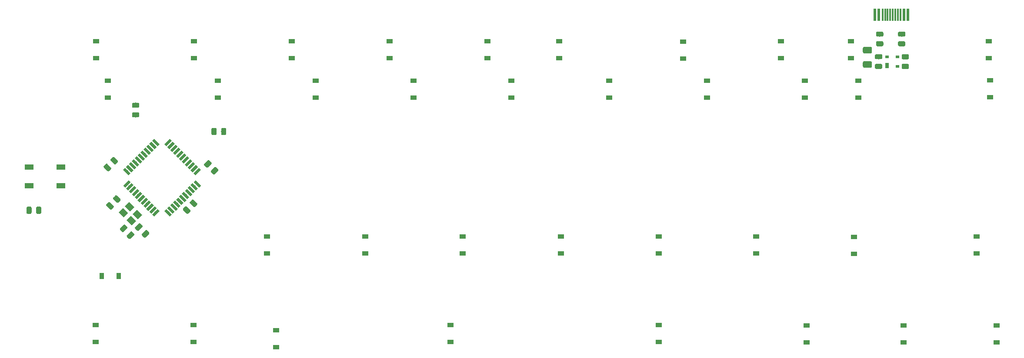
<source format=gbr>
G04 #@! TF.GenerationSoftware,KiCad,Pcbnew,(5.1.4-0-10_14)*
G04 #@! TF.CreationDate,2020-09-21T01:33:54-05:00*
G04 #@! TF.ProjectId,qaz_b,71617a5f-622e-46b6-9963-61645f706362,rev?*
G04 #@! TF.SameCoordinates,Original*
G04 #@! TF.FileFunction,Paste,Bot*
G04 #@! TF.FilePolarity,Positive*
%FSLAX46Y46*%
G04 Gerber Fmt 4.6, Leading zero omitted, Abs format (unit mm)*
G04 Created by KiCad (PCBNEW (5.1.4-0-10_14)) date 2020-09-21 01:33:54*
%MOMM*%
%LPD*%
G04 APERTURE LIST*
%ADD10R,0.700000X1.000000*%
%ADD11R,0.700000X0.600000*%
%ADD12R,0.600000X2.450000*%
%ADD13R,0.300000X2.450000*%
%ADD14C,0.100000*%
%ADD15C,0.975000*%
%ADD16R,1.200000X0.900000*%
%ADD17C,1.200000*%
%ADD18C,0.550000*%
%ADD19R,1.800000X1.100000*%
%ADD20C,1.250000*%
%ADD21R,0.900000X1.200000*%
G04 APERTURE END LIST*
D10*
X207027920Y-69278920D03*
D11*
X209027920Y-69478920D03*
X207027920Y-67578920D03*
X209027920Y-67578920D03*
D12*
X211125000Y-59370000D03*
X204675000Y-59370000D03*
X210350000Y-59370000D03*
X205450000Y-59370000D03*
D13*
X206150000Y-59370000D03*
X209650000Y-59370000D03*
X206650000Y-59370000D03*
X209150000Y-59370000D03*
X207150000Y-59370000D03*
X208650000Y-59370000D03*
X208150000Y-59370000D03*
X207650000Y-59370000D03*
D14*
G36*
X210355142Y-62685494D02*
G01*
X210378803Y-62689004D01*
X210402007Y-62694816D01*
X210424529Y-62702874D01*
X210446153Y-62713102D01*
X210466670Y-62725399D01*
X210485883Y-62739649D01*
X210503607Y-62755713D01*
X210519671Y-62773437D01*
X210533921Y-62792650D01*
X210546218Y-62813167D01*
X210556446Y-62834791D01*
X210564504Y-62857313D01*
X210570316Y-62880517D01*
X210573826Y-62904178D01*
X210575000Y-62928070D01*
X210575000Y-63415570D01*
X210573826Y-63439462D01*
X210570316Y-63463123D01*
X210564504Y-63486327D01*
X210556446Y-63508849D01*
X210546218Y-63530473D01*
X210533921Y-63550990D01*
X210519671Y-63570203D01*
X210503607Y-63587927D01*
X210485883Y-63603991D01*
X210466670Y-63618241D01*
X210446153Y-63630538D01*
X210424529Y-63640766D01*
X210402007Y-63648824D01*
X210378803Y-63654636D01*
X210355142Y-63658146D01*
X210331250Y-63659320D01*
X209418750Y-63659320D01*
X209394858Y-63658146D01*
X209371197Y-63654636D01*
X209347993Y-63648824D01*
X209325471Y-63640766D01*
X209303847Y-63630538D01*
X209283330Y-63618241D01*
X209264117Y-63603991D01*
X209246393Y-63587927D01*
X209230329Y-63570203D01*
X209216079Y-63550990D01*
X209203782Y-63530473D01*
X209193554Y-63508849D01*
X209185496Y-63486327D01*
X209179684Y-63463123D01*
X209176174Y-63439462D01*
X209175000Y-63415570D01*
X209175000Y-62928070D01*
X209176174Y-62904178D01*
X209179684Y-62880517D01*
X209185496Y-62857313D01*
X209193554Y-62834791D01*
X209203782Y-62813167D01*
X209216079Y-62792650D01*
X209230329Y-62773437D01*
X209246393Y-62755713D01*
X209264117Y-62739649D01*
X209283330Y-62725399D01*
X209303847Y-62713102D01*
X209325471Y-62702874D01*
X209347993Y-62694816D01*
X209371197Y-62689004D01*
X209394858Y-62685494D01*
X209418750Y-62684320D01*
X210331250Y-62684320D01*
X210355142Y-62685494D01*
X210355142Y-62685494D01*
G37*
D15*
X209875000Y-63171820D03*
D14*
G36*
X210355142Y-64560494D02*
G01*
X210378803Y-64564004D01*
X210402007Y-64569816D01*
X210424529Y-64577874D01*
X210446153Y-64588102D01*
X210466670Y-64600399D01*
X210485883Y-64614649D01*
X210503607Y-64630713D01*
X210519671Y-64648437D01*
X210533921Y-64667650D01*
X210546218Y-64688167D01*
X210556446Y-64709791D01*
X210564504Y-64732313D01*
X210570316Y-64755517D01*
X210573826Y-64779178D01*
X210575000Y-64803070D01*
X210575000Y-65290570D01*
X210573826Y-65314462D01*
X210570316Y-65338123D01*
X210564504Y-65361327D01*
X210556446Y-65383849D01*
X210546218Y-65405473D01*
X210533921Y-65425990D01*
X210519671Y-65445203D01*
X210503607Y-65462927D01*
X210485883Y-65478991D01*
X210466670Y-65493241D01*
X210446153Y-65505538D01*
X210424529Y-65515766D01*
X210402007Y-65523824D01*
X210378803Y-65529636D01*
X210355142Y-65533146D01*
X210331250Y-65534320D01*
X209418750Y-65534320D01*
X209394858Y-65533146D01*
X209371197Y-65529636D01*
X209347993Y-65523824D01*
X209325471Y-65515766D01*
X209303847Y-65505538D01*
X209283330Y-65493241D01*
X209264117Y-65478991D01*
X209246393Y-65462927D01*
X209230329Y-65445203D01*
X209216079Y-65425990D01*
X209203782Y-65405473D01*
X209193554Y-65383849D01*
X209185496Y-65361327D01*
X209179684Y-65338123D01*
X209176174Y-65314462D01*
X209175000Y-65290570D01*
X209175000Y-64803070D01*
X209176174Y-64779178D01*
X209179684Y-64755517D01*
X209185496Y-64732313D01*
X209193554Y-64709791D01*
X209203782Y-64688167D01*
X209216079Y-64667650D01*
X209230329Y-64648437D01*
X209246393Y-64630713D01*
X209264117Y-64614649D01*
X209283330Y-64600399D01*
X209303847Y-64588102D01*
X209325471Y-64577874D01*
X209347993Y-64569816D01*
X209371197Y-64564004D01*
X209394858Y-64560494D01*
X209418750Y-64559320D01*
X210331250Y-64559320D01*
X210355142Y-64560494D01*
X210355142Y-64560494D01*
G37*
D15*
X209875000Y-65046820D03*
D14*
G36*
X211058222Y-67105094D02*
G01*
X211081883Y-67108604D01*
X211105087Y-67114416D01*
X211127609Y-67122474D01*
X211149233Y-67132702D01*
X211169750Y-67144999D01*
X211188963Y-67159249D01*
X211206687Y-67175313D01*
X211222751Y-67193037D01*
X211237001Y-67212250D01*
X211249298Y-67232767D01*
X211259526Y-67254391D01*
X211267584Y-67276913D01*
X211273396Y-67300117D01*
X211276906Y-67323778D01*
X211278080Y-67347670D01*
X211278080Y-67835170D01*
X211276906Y-67859062D01*
X211273396Y-67882723D01*
X211267584Y-67905927D01*
X211259526Y-67928449D01*
X211249298Y-67950073D01*
X211237001Y-67970590D01*
X211222751Y-67989803D01*
X211206687Y-68007527D01*
X211188963Y-68023591D01*
X211169750Y-68037841D01*
X211149233Y-68050138D01*
X211127609Y-68060366D01*
X211105087Y-68068424D01*
X211081883Y-68074236D01*
X211058222Y-68077746D01*
X211034330Y-68078920D01*
X210121830Y-68078920D01*
X210097938Y-68077746D01*
X210074277Y-68074236D01*
X210051073Y-68068424D01*
X210028551Y-68060366D01*
X210006927Y-68050138D01*
X209986410Y-68037841D01*
X209967197Y-68023591D01*
X209949473Y-68007527D01*
X209933409Y-67989803D01*
X209919159Y-67970590D01*
X209906862Y-67950073D01*
X209896634Y-67928449D01*
X209888576Y-67905927D01*
X209882764Y-67882723D01*
X209879254Y-67859062D01*
X209878080Y-67835170D01*
X209878080Y-67347670D01*
X209879254Y-67323778D01*
X209882764Y-67300117D01*
X209888576Y-67276913D01*
X209896634Y-67254391D01*
X209906862Y-67232767D01*
X209919159Y-67212250D01*
X209933409Y-67193037D01*
X209949473Y-67175313D01*
X209967197Y-67159249D01*
X209986410Y-67144999D01*
X210006927Y-67132702D01*
X210028551Y-67122474D01*
X210051073Y-67114416D01*
X210074277Y-67108604D01*
X210097938Y-67105094D01*
X210121830Y-67103920D01*
X211034330Y-67103920D01*
X211058222Y-67105094D01*
X211058222Y-67105094D01*
G37*
D15*
X210578080Y-67591420D03*
D14*
G36*
X211058222Y-68980094D02*
G01*
X211081883Y-68983604D01*
X211105087Y-68989416D01*
X211127609Y-68997474D01*
X211149233Y-69007702D01*
X211169750Y-69019999D01*
X211188963Y-69034249D01*
X211206687Y-69050313D01*
X211222751Y-69068037D01*
X211237001Y-69087250D01*
X211249298Y-69107767D01*
X211259526Y-69129391D01*
X211267584Y-69151913D01*
X211273396Y-69175117D01*
X211276906Y-69198778D01*
X211278080Y-69222670D01*
X211278080Y-69710170D01*
X211276906Y-69734062D01*
X211273396Y-69757723D01*
X211267584Y-69780927D01*
X211259526Y-69803449D01*
X211249298Y-69825073D01*
X211237001Y-69845590D01*
X211222751Y-69864803D01*
X211206687Y-69882527D01*
X211188963Y-69898591D01*
X211169750Y-69912841D01*
X211149233Y-69925138D01*
X211127609Y-69935366D01*
X211105087Y-69943424D01*
X211081883Y-69949236D01*
X211058222Y-69952746D01*
X211034330Y-69953920D01*
X210121830Y-69953920D01*
X210097938Y-69952746D01*
X210074277Y-69949236D01*
X210051073Y-69943424D01*
X210028551Y-69935366D01*
X210006927Y-69925138D01*
X209986410Y-69912841D01*
X209967197Y-69898591D01*
X209949473Y-69882527D01*
X209933409Y-69864803D01*
X209919159Y-69845590D01*
X209906862Y-69825073D01*
X209896634Y-69803449D01*
X209888576Y-69780927D01*
X209882764Y-69757723D01*
X209879254Y-69734062D01*
X209878080Y-69710170D01*
X209878080Y-69222670D01*
X209879254Y-69198778D01*
X209882764Y-69175117D01*
X209888576Y-69151913D01*
X209896634Y-69129391D01*
X209906862Y-69107767D01*
X209919159Y-69087250D01*
X209933409Y-69068037D01*
X209949473Y-69050313D01*
X209967197Y-69034249D01*
X209986410Y-69019999D01*
X210006927Y-69007702D01*
X210028551Y-68997474D01*
X210051073Y-68989416D01*
X210074277Y-68983604D01*
X210097938Y-68980094D01*
X210121830Y-68978920D01*
X211034330Y-68978920D01*
X211058222Y-68980094D01*
X211058222Y-68980094D01*
G37*
D15*
X210578080Y-69466420D03*
D14*
G36*
X205861382Y-67094934D02*
G01*
X205885043Y-67098444D01*
X205908247Y-67104256D01*
X205930769Y-67112314D01*
X205952393Y-67122542D01*
X205972910Y-67134839D01*
X205992123Y-67149089D01*
X206009847Y-67165153D01*
X206025911Y-67182877D01*
X206040161Y-67202090D01*
X206052458Y-67222607D01*
X206062686Y-67244231D01*
X206070744Y-67266753D01*
X206076556Y-67289957D01*
X206080066Y-67313618D01*
X206081240Y-67337510D01*
X206081240Y-67825010D01*
X206080066Y-67848902D01*
X206076556Y-67872563D01*
X206070744Y-67895767D01*
X206062686Y-67918289D01*
X206052458Y-67939913D01*
X206040161Y-67960430D01*
X206025911Y-67979643D01*
X206009847Y-67997367D01*
X205992123Y-68013431D01*
X205972910Y-68027681D01*
X205952393Y-68039978D01*
X205930769Y-68050206D01*
X205908247Y-68058264D01*
X205885043Y-68064076D01*
X205861382Y-68067586D01*
X205837490Y-68068760D01*
X204924990Y-68068760D01*
X204901098Y-68067586D01*
X204877437Y-68064076D01*
X204854233Y-68058264D01*
X204831711Y-68050206D01*
X204810087Y-68039978D01*
X204789570Y-68027681D01*
X204770357Y-68013431D01*
X204752633Y-67997367D01*
X204736569Y-67979643D01*
X204722319Y-67960430D01*
X204710022Y-67939913D01*
X204699794Y-67918289D01*
X204691736Y-67895767D01*
X204685924Y-67872563D01*
X204682414Y-67848902D01*
X204681240Y-67825010D01*
X204681240Y-67337510D01*
X204682414Y-67313618D01*
X204685924Y-67289957D01*
X204691736Y-67266753D01*
X204699794Y-67244231D01*
X204710022Y-67222607D01*
X204722319Y-67202090D01*
X204736569Y-67182877D01*
X204752633Y-67165153D01*
X204770357Y-67149089D01*
X204789570Y-67134839D01*
X204810087Y-67122542D01*
X204831711Y-67112314D01*
X204854233Y-67104256D01*
X204877437Y-67098444D01*
X204901098Y-67094934D01*
X204924990Y-67093760D01*
X205837490Y-67093760D01*
X205861382Y-67094934D01*
X205861382Y-67094934D01*
G37*
D15*
X205381240Y-67581260D03*
D14*
G36*
X205861382Y-68969934D02*
G01*
X205885043Y-68973444D01*
X205908247Y-68979256D01*
X205930769Y-68987314D01*
X205952393Y-68997542D01*
X205972910Y-69009839D01*
X205992123Y-69024089D01*
X206009847Y-69040153D01*
X206025911Y-69057877D01*
X206040161Y-69077090D01*
X206052458Y-69097607D01*
X206062686Y-69119231D01*
X206070744Y-69141753D01*
X206076556Y-69164957D01*
X206080066Y-69188618D01*
X206081240Y-69212510D01*
X206081240Y-69700010D01*
X206080066Y-69723902D01*
X206076556Y-69747563D01*
X206070744Y-69770767D01*
X206062686Y-69793289D01*
X206052458Y-69814913D01*
X206040161Y-69835430D01*
X206025911Y-69854643D01*
X206009847Y-69872367D01*
X205992123Y-69888431D01*
X205972910Y-69902681D01*
X205952393Y-69914978D01*
X205930769Y-69925206D01*
X205908247Y-69933264D01*
X205885043Y-69939076D01*
X205861382Y-69942586D01*
X205837490Y-69943760D01*
X204924990Y-69943760D01*
X204901098Y-69942586D01*
X204877437Y-69939076D01*
X204854233Y-69933264D01*
X204831711Y-69925206D01*
X204810087Y-69914978D01*
X204789570Y-69902681D01*
X204770357Y-69888431D01*
X204752633Y-69872367D01*
X204736569Y-69854643D01*
X204722319Y-69835430D01*
X204710022Y-69814913D01*
X204699794Y-69793289D01*
X204691736Y-69770767D01*
X204685924Y-69747563D01*
X204682414Y-69723902D01*
X204681240Y-69700010D01*
X204681240Y-69212510D01*
X204682414Y-69188618D01*
X204685924Y-69164957D01*
X204691736Y-69141753D01*
X204699794Y-69119231D01*
X204710022Y-69097607D01*
X204722319Y-69077090D01*
X204736569Y-69057877D01*
X204752633Y-69040153D01*
X204770357Y-69024089D01*
X204789570Y-69009839D01*
X204810087Y-68997542D01*
X204831711Y-68987314D01*
X204854233Y-68979256D01*
X204877437Y-68973444D01*
X204901098Y-68969934D01*
X204924990Y-68968760D01*
X205837490Y-68968760D01*
X205861382Y-68969934D01*
X205861382Y-68969934D01*
G37*
D15*
X205381240Y-69456260D03*
D14*
G36*
X206084902Y-62685494D02*
G01*
X206108563Y-62689004D01*
X206131767Y-62694816D01*
X206154289Y-62702874D01*
X206175913Y-62713102D01*
X206196430Y-62725399D01*
X206215643Y-62739649D01*
X206233367Y-62755713D01*
X206249431Y-62773437D01*
X206263681Y-62792650D01*
X206275978Y-62813167D01*
X206286206Y-62834791D01*
X206294264Y-62857313D01*
X206300076Y-62880517D01*
X206303586Y-62904178D01*
X206304760Y-62928070D01*
X206304760Y-63415570D01*
X206303586Y-63439462D01*
X206300076Y-63463123D01*
X206294264Y-63486327D01*
X206286206Y-63508849D01*
X206275978Y-63530473D01*
X206263681Y-63550990D01*
X206249431Y-63570203D01*
X206233367Y-63587927D01*
X206215643Y-63603991D01*
X206196430Y-63618241D01*
X206175913Y-63630538D01*
X206154289Y-63640766D01*
X206131767Y-63648824D01*
X206108563Y-63654636D01*
X206084902Y-63658146D01*
X206061010Y-63659320D01*
X205148510Y-63659320D01*
X205124618Y-63658146D01*
X205100957Y-63654636D01*
X205077753Y-63648824D01*
X205055231Y-63640766D01*
X205033607Y-63630538D01*
X205013090Y-63618241D01*
X204993877Y-63603991D01*
X204976153Y-63587927D01*
X204960089Y-63570203D01*
X204945839Y-63550990D01*
X204933542Y-63530473D01*
X204923314Y-63508849D01*
X204915256Y-63486327D01*
X204909444Y-63463123D01*
X204905934Y-63439462D01*
X204904760Y-63415570D01*
X204904760Y-62928070D01*
X204905934Y-62904178D01*
X204909444Y-62880517D01*
X204915256Y-62857313D01*
X204923314Y-62834791D01*
X204933542Y-62813167D01*
X204945839Y-62792650D01*
X204960089Y-62773437D01*
X204976153Y-62755713D01*
X204993877Y-62739649D01*
X205013090Y-62725399D01*
X205033607Y-62713102D01*
X205055231Y-62702874D01*
X205077753Y-62694816D01*
X205100957Y-62689004D01*
X205124618Y-62685494D01*
X205148510Y-62684320D01*
X206061010Y-62684320D01*
X206084902Y-62685494D01*
X206084902Y-62685494D01*
G37*
D15*
X205604760Y-63171820D03*
D14*
G36*
X206084902Y-64560494D02*
G01*
X206108563Y-64564004D01*
X206131767Y-64569816D01*
X206154289Y-64577874D01*
X206175913Y-64588102D01*
X206196430Y-64600399D01*
X206215643Y-64614649D01*
X206233367Y-64630713D01*
X206249431Y-64648437D01*
X206263681Y-64667650D01*
X206275978Y-64688167D01*
X206286206Y-64709791D01*
X206294264Y-64732313D01*
X206300076Y-64755517D01*
X206303586Y-64779178D01*
X206304760Y-64803070D01*
X206304760Y-65290570D01*
X206303586Y-65314462D01*
X206300076Y-65338123D01*
X206294264Y-65361327D01*
X206286206Y-65383849D01*
X206275978Y-65405473D01*
X206263681Y-65425990D01*
X206249431Y-65445203D01*
X206233367Y-65462927D01*
X206215643Y-65478991D01*
X206196430Y-65493241D01*
X206175913Y-65505538D01*
X206154289Y-65515766D01*
X206131767Y-65523824D01*
X206108563Y-65529636D01*
X206084902Y-65533146D01*
X206061010Y-65534320D01*
X205148510Y-65534320D01*
X205124618Y-65533146D01*
X205100957Y-65529636D01*
X205077753Y-65523824D01*
X205055231Y-65515766D01*
X205033607Y-65505538D01*
X205013090Y-65493241D01*
X204993877Y-65478991D01*
X204976153Y-65462927D01*
X204960089Y-65445203D01*
X204945839Y-65425990D01*
X204933542Y-65405473D01*
X204923314Y-65383849D01*
X204915256Y-65361327D01*
X204909444Y-65338123D01*
X204905934Y-65314462D01*
X204904760Y-65290570D01*
X204904760Y-64803070D01*
X204905934Y-64779178D01*
X204909444Y-64755517D01*
X204915256Y-64732313D01*
X204923314Y-64709791D01*
X204933542Y-64688167D01*
X204945839Y-64667650D01*
X204960089Y-64648437D01*
X204976153Y-64630713D01*
X204993877Y-64614649D01*
X205013090Y-64600399D01*
X205033607Y-64588102D01*
X205055231Y-64577874D01*
X205077753Y-64569816D01*
X205100957Y-64564004D01*
X205124618Y-64560494D01*
X205148510Y-64559320D01*
X206061010Y-64559320D01*
X206084902Y-64560494D01*
X206084902Y-64560494D01*
G37*
D15*
X205604760Y-65046820D03*
D16*
X191400000Y-120050000D03*
X191400000Y-123350000D03*
X210225000Y-119994000D03*
X210225000Y-123294000D03*
X122050000Y-119950000D03*
X122050000Y-123250000D03*
X88075000Y-120950000D03*
X88075000Y-124250000D03*
D17*
X58311142Y-97994223D03*
D14*
G36*
X57391903Y-97923512D02*
G01*
X58240431Y-97074984D01*
X59230381Y-98064934D01*
X58381853Y-98913462D01*
X57391903Y-97923512D01*
X57391903Y-97923512D01*
G37*
D17*
X59866777Y-99549858D03*
D14*
G36*
X58947538Y-99479147D02*
G01*
X59796066Y-98630619D01*
X60786016Y-99620569D01*
X59937488Y-100469097D01*
X58947538Y-99479147D01*
X58947538Y-99479147D01*
G37*
D17*
X61068858Y-98347777D03*
D14*
G36*
X60149619Y-98277066D02*
G01*
X60998147Y-97428538D01*
X61988097Y-98418488D01*
X61139569Y-99267016D01*
X60149619Y-98277066D01*
X60149619Y-98277066D01*
G37*
D17*
X59513223Y-96792142D03*
D14*
G36*
X58593984Y-96721431D02*
G01*
X59442512Y-95872903D01*
X60432462Y-96862853D01*
X59583934Y-97711381D01*
X58593984Y-96721431D01*
X58593984Y-96721431D01*
G37*
D18*
X72708936Y-89972918D03*
D14*
G36*
X72373060Y-90697702D02*
G01*
X71984152Y-90308794D01*
X73044812Y-89248134D01*
X73433720Y-89637042D01*
X72373060Y-90697702D01*
X72373060Y-90697702D01*
G37*
D18*
X72143250Y-89407233D03*
D14*
G36*
X71807374Y-90132017D02*
G01*
X71418466Y-89743109D01*
X72479126Y-88682449D01*
X72868034Y-89071357D01*
X71807374Y-90132017D01*
X71807374Y-90132017D01*
G37*
D18*
X71577565Y-88841548D03*
D14*
G36*
X71241689Y-89566332D02*
G01*
X70852781Y-89177424D01*
X71913441Y-88116764D01*
X72302349Y-88505672D01*
X71241689Y-89566332D01*
X71241689Y-89566332D01*
G37*
D18*
X71011880Y-88275862D03*
D14*
G36*
X70676004Y-89000646D02*
G01*
X70287096Y-88611738D01*
X71347756Y-87551078D01*
X71736664Y-87939986D01*
X70676004Y-89000646D01*
X70676004Y-89000646D01*
G37*
D18*
X70446194Y-87710177D03*
D14*
G36*
X70110318Y-88434961D02*
G01*
X69721410Y-88046053D01*
X70782070Y-86985393D01*
X71170978Y-87374301D01*
X70110318Y-88434961D01*
X70110318Y-88434961D01*
G37*
D18*
X69880509Y-87144491D03*
D14*
G36*
X69544633Y-87869275D02*
G01*
X69155725Y-87480367D01*
X70216385Y-86419707D01*
X70605293Y-86808615D01*
X69544633Y-87869275D01*
X69544633Y-87869275D01*
G37*
D18*
X69314823Y-86578806D03*
D14*
G36*
X68978947Y-87303590D02*
G01*
X68590039Y-86914682D01*
X69650699Y-85854022D01*
X70039607Y-86242930D01*
X68978947Y-87303590D01*
X68978947Y-87303590D01*
G37*
D18*
X68749138Y-86013120D03*
D14*
G36*
X68413262Y-86737904D02*
G01*
X68024354Y-86348996D01*
X69085014Y-85288336D01*
X69473922Y-85677244D01*
X68413262Y-86737904D01*
X68413262Y-86737904D01*
G37*
D18*
X68183452Y-85447435D03*
D14*
G36*
X67847576Y-86172219D02*
G01*
X67458668Y-85783311D01*
X68519328Y-84722651D01*
X68908236Y-85111559D01*
X67847576Y-86172219D01*
X67847576Y-86172219D01*
G37*
D18*
X67617767Y-84881750D03*
D14*
G36*
X67281891Y-85606534D02*
G01*
X66892983Y-85217626D01*
X67953643Y-84156966D01*
X68342551Y-84545874D01*
X67281891Y-85606534D01*
X67281891Y-85606534D01*
G37*
D18*
X67052082Y-84316064D03*
D14*
G36*
X66716206Y-85040848D02*
G01*
X66327298Y-84651940D01*
X67387958Y-83591280D01*
X67776866Y-83980188D01*
X66716206Y-85040848D01*
X66716206Y-85040848D01*
G37*
D18*
X64647918Y-84316064D03*
D14*
G36*
X65372702Y-84651940D02*
G01*
X64983794Y-85040848D01*
X63923134Y-83980188D01*
X64312042Y-83591280D01*
X65372702Y-84651940D01*
X65372702Y-84651940D01*
G37*
D18*
X64082233Y-84881750D03*
D14*
G36*
X64807017Y-85217626D02*
G01*
X64418109Y-85606534D01*
X63357449Y-84545874D01*
X63746357Y-84156966D01*
X64807017Y-85217626D01*
X64807017Y-85217626D01*
G37*
D18*
X63516548Y-85447435D03*
D14*
G36*
X64241332Y-85783311D02*
G01*
X63852424Y-86172219D01*
X62791764Y-85111559D01*
X63180672Y-84722651D01*
X64241332Y-85783311D01*
X64241332Y-85783311D01*
G37*
D18*
X62950862Y-86013120D03*
D14*
G36*
X63675646Y-86348996D02*
G01*
X63286738Y-86737904D01*
X62226078Y-85677244D01*
X62614986Y-85288336D01*
X63675646Y-86348996D01*
X63675646Y-86348996D01*
G37*
D18*
X62385177Y-86578806D03*
D14*
G36*
X63109961Y-86914682D02*
G01*
X62721053Y-87303590D01*
X61660393Y-86242930D01*
X62049301Y-85854022D01*
X63109961Y-86914682D01*
X63109961Y-86914682D01*
G37*
D18*
X61819491Y-87144491D03*
D14*
G36*
X62544275Y-87480367D02*
G01*
X62155367Y-87869275D01*
X61094707Y-86808615D01*
X61483615Y-86419707D01*
X62544275Y-87480367D01*
X62544275Y-87480367D01*
G37*
D18*
X61253806Y-87710177D03*
D14*
G36*
X61978590Y-88046053D02*
G01*
X61589682Y-88434961D01*
X60529022Y-87374301D01*
X60917930Y-86985393D01*
X61978590Y-88046053D01*
X61978590Y-88046053D01*
G37*
D18*
X60688120Y-88275862D03*
D14*
G36*
X61412904Y-88611738D02*
G01*
X61023996Y-89000646D01*
X59963336Y-87939986D01*
X60352244Y-87551078D01*
X61412904Y-88611738D01*
X61412904Y-88611738D01*
G37*
D18*
X60122435Y-88841548D03*
D14*
G36*
X60847219Y-89177424D02*
G01*
X60458311Y-89566332D01*
X59397651Y-88505672D01*
X59786559Y-88116764D01*
X60847219Y-89177424D01*
X60847219Y-89177424D01*
G37*
D18*
X59556750Y-89407233D03*
D14*
G36*
X60281534Y-89743109D02*
G01*
X59892626Y-90132017D01*
X58831966Y-89071357D01*
X59220874Y-88682449D01*
X60281534Y-89743109D01*
X60281534Y-89743109D01*
G37*
D18*
X58991064Y-89972918D03*
D14*
G36*
X59715848Y-90308794D02*
G01*
X59326940Y-90697702D01*
X58266280Y-89637042D01*
X58655188Y-89248134D01*
X59715848Y-90308794D01*
X59715848Y-90308794D01*
G37*
D18*
X58991064Y-92377082D03*
D14*
G36*
X58655188Y-93101866D02*
G01*
X58266280Y-92712958D01*
X59326940Y-91652298D01*
X59715848Y-92041206D01*
X58655188Y-93101866D01*
X58655188Y-93101866D01*
G37*
D18*
X59556750Y-92942767D03*
D14*
G36*
X59220874Y-93667551D02*
G01*
X58831966Y-93278643D01*
X59892626Y-92217983D01*
X60281534Y-92606891D01*
X59220874Y-93667551D01*
X59220874Y-93667551D01*
G37*
D18*
X60122435Y-93508452D03*
D14*
G36*
X59786559Y-94233236D02*
G01*
X59397651Y-93844328D01*
X60458311Y-92783668D01*
X60847219Y-93172576D01*
X59786559Y-94233236D01*
X59786559Y-94233236D01*
G37*
D18*
X60688120Y-94074138D03*
D14*
G36*
X60352244Y-94798922D02*
G01*
X59963336Y-94410014D01*
X61023996Y-93349354D01*
X61412904Y-93738262D01*
X60352244Y-94798922D01*
X60352244Y-94798922D01*
G37*
D18*
X61253806Y-94639823D03*
D14*
G36*
X60917930Y-95364607D02*
G01*
X60529022Y-94975699D01*
X61589682Y-93915039D01*
X61978590Y-94303947D01*
X60917930Y-95364607D01*
X60917930Y-95364607D01*
G37*
D18*
X61819491Y-95205509D03*
D14*
G36*
X61483615Y-95930293D02*
G01*
X61094707Y-95541385D01*
X62155367Y-94480725D01*
X62544275Y-94869633D01*
X61483615Y-95930293D01*
X61483615Y-95930293D01*
G37*
D18*
X62385177Y-95771194D03*
D14*
G36*
X62049301Y-96495978D02*
G01*
X61660393Y-96107070D01*
X62721053Y-95046410D01*
X63109961Y-95435318D01*
X62049301Y-96495978D01*
X62049301Y-96495978D01*
G37*
D18*
X62950862Y-96336880D03*
D14*
G36*
X62614986Y-97061664D02*
G01*
X62226078Y-96672756D01*
X63286738Y-95612096D01*
X63675646Y-96001004D01*
X62614986Y-97061664D01*
X62614986Y-97061664D01*
G37*
D18*
X63516548Y-96902565D03*
D14*
G36*
X63180672Y-97627349D02*
G01*
X62791764Y-97238441D01*
X63852424Y-96177781D01*
X64241332Y-96566689D01*
X63180672Y-97627349D01*
X63180672Y-97627349D01*
G37*
D18*
X64082233Y-97468250D03*
D14*
G36*
X63746357Y-98193034D02*
G01*
X63357449Y-97804126D01*
X64418109Y-96743466D01*
X64807017Y-97132374D01*
X63746357Y-98193034D01*
X63746357Y-98193034D01*
G37*
D18*
X64647918Y-98033936D03*
D14*
G36*
X64312042Y-98758720D02*
G01*
X63923134Y-98369812D01*
X64983794Y-97309152D01*
X65372702Y-97698060D01*
X64312042Y-98758720D01*
X64312042Y-98758720D01*
G37*
D18*
X67052082Y-98033936D03*
D14*
G36*
X67776866Y-98369812D02*
G01*
X67387958Y-98758720D01*
X66327298Y-97698060D01*
X66716206Y-97309152D01*
X67776866Y-98369812D01*
X67776866Y-98369812D01*
G37*
D18*
X67617767Y-97468250D03*
D14*
G36*
X68342551Y-97804126D02*
G01*
X67953643Y-98193034D01*
X66892983Y-97132374D01*
X67281891Y-96743466D01*
X68342551Y-97804126D01*
X68342551Y-97804126D01*
G37*
D18*
X68183452Y-96902565D03*
D14*
G36*
X68908236Y-97238441D02*
G01*
X68519328Y-97627349D01*
X67458668Y-96566689D01*
X67847576Y-96177781D01*
X68908236Y-97238441D01*
X68908236Y-97238441D01*
G37*
D18*
X68749138Y-96336880D03*
D14*
G36*
X69473922Y-96672756D02*
G01*
X69085014Y-97061664D01*
X68024354Y-96001004D01*
X68413262Y-95612096D01*
X69473922Y-96672756D01*
X69473922Y-96672756D01*
G37*
D18*
X69314823Y-95771194D03*
D14*
G36*
X70039607Y-96107070D02*
G01*
X69650699Y-96495978D01*
X68590039Y-95435318D01*
X68978947Y-95046410D01*
X70039607Y-96107070D01*
X70039607Y-96107070D01*
G37*
D18*
X69880509Y-95205509D03*
D14*
G36*
X70605293Y-95541385D02*
G01*
X70216385Y-95930293D01*
X69155725Y-94869633D01*
X69544633Y-94480725D01*
X70605293Y-95541385D01*
X70605293Y-95541385D01*
G37*
D18*
X70446194Y-94639823D03*
D14*
G36*
X71170978Y-94975699D02*
G01*
X70782070Y-95364607D01*
X69721410Y-94303947D01*
X70110318Y-93915039D01*
X71170978Y-94975699D01*
X71170978Y-94975699D01*
G37*
D18*
X71011880Y-94074138D03*
D14*
G36*
X71736664Y-94410014D02*
G01*
X71347756Y-94798922D01*
X70287096Y-93738262D01*
X70676004Y-93349354D01*
X71736664Y-94410014D01*
X71736664Y-94410014D01*
G37*
D18*
X71577565Y-93508452D03*
D14*
G36*
X72302349Y-93844328D02*
G01*
X71913441Y-94233236D01*
X70852781Y-93172576D01*
X71241689Y-92783668D01*
X72302349Y-93844328D01*
X72302349Y-93844328D01*
G37*
D18*
X72143250Y-92942767D03*
D14*
G36*
X72868034Y-93278643D02*
G01*
X72479126Y-93667551D01*
X71418466Y-92606891D01*
X71807374Y-92217983D01*
X72868034Y-93278643D01*
X72868034Y-93278643D01*
G37*
D18*
X72708936Y-92377082D03*
D14*
G36*
X73433720Y-92712958D02*
G01*
X73044812Y-93101866D01*
X71984152Y-92041206D01*
X72373060Y-91652298D01*
X73433720Y-92712958D01*
X73433720Y-92712958D01*
G37*
D19*
X39953000Y-89082000D03*
X46153000Y-92782000D03*
X39953000Y-92782000D03*
X46153000Y-89082000D03*
D14*
G36*
X61186142Y-76554174D02*
G01*
X61209803Y-76557684D01*
X61233007Y-76563496D01*
X61255529Y-76571554D01*
X61277153Y-76581782D01*
X61297670Y-76594079D01*
X61316883Y-76608329D01*
X61334607Y-76624393D01*
X61350671Y-76642117D01*
X61364921Y-76661330D01*
X61377218Y-76681847D01*
X61387446Y-76703471D01*
X61395504Y-76725993D01*
X61401316Y-76749197D01*
X61404826Y-76772858D01*
X61406000Y-76796750D01*
X61406000Y-77284250D01*
X61404826Y-77308142D01*
X61401316Y-77331803D01*
X61395504Y-77355007D01*
X61387446Y-77377529D01*
X61377218Y-77399153D01*
X61364921Y-77419670D01*
X61350671Y-77438883D01*
X61334607Y-77456607D01*
X61316883Y-77472671D01*
X61297670Y-77486921D01*
X61277153Y-77499218D01*
X61255529Y-77509446D01*
X61233007Y-77517504D01*
X61209803Y-77523316D01*
X61186142Y-77526826D01*
X61162250Y-77528000D01*
X60249750Y-77528000D01*
X60225858Y-77526826D01*
X60202197Y-77523316D01*
X60178993Y-77517504D01*
X60156471Y-77509446D01*
X60134847Y-77499218D01*
X60114330Y-77486921D01*
X60095117Y-77472671D01*
X60077393Y-77456607D01*
X60061329Y-77438883D01*
X60047079Y-77419670D01*
X60034782Y-77399153D01*
X60024554Y-77377529D01*
X60016496Y-77355007D01*
X60010684Y-77331803D01*
X60007174Y-77308142D01*
X60006000Y-77284250D01*
X60006000Y-76796750D01*
X60007174Y-76772858D01*
X60010684Y-76749197D01*
X60016496Y-76725993D01*
X60024554Y-76703471D01*
X60034782Y-76681847D01*
X60047079Y-76661330D01*
X60061329Y-76642117D01*
X60077393Y-76624393D01*
X60095117Y-76608329D01*
X60114330Y-76594079D01*
X60134847Y-76581782D01*
X60156471Y-76571554D01*
X60178993Y-76563496D01*
X60202197Y-76557684D01*
X60225858Y-76554174D01*
X60249750Y-76553000D01*
X61162250Y-76553000D01*
X61186142Y-76554174D01*
X61186142Y-76554174D01*
G37*
D15*
X60706000Y-77040500D03*
D14*
G36*
X61186142Y-78429174D02*
G01*
X61209803Y-78432684D01*
X61233007Y-78438496D01*
X61255529Y-78446554D01*
X61277153Y-78456782D01*
X61297670Y-78469079D01*
X61316883Y-78483329D01*
X61334607Y-78499393D01*
X61350671Y-78517117D01*
X61364921Y-78536330D01*
X61377218Y-78556847D01*
X61387446Y-78578471D01*
X61395504Y-78600993D01*
X61401316Y-78624197D01*
X61404826Y-78647858D01*
X61406000Y-78671750D01*
X61406000Y-79159250D01*
X61404826Y-79183142D01*
X61401316Y-79206803D01*
X61395504Y-79230007D01*
X61387446Y-79252529D01*
X61377218Y-79274153D01*
X61364921Y-79294670D01*
X61350671Y-79313883D01*
X61334607Y-79331607D01*
X61316883Y-79347671D01*
X61297670Y-79361921D01*
X61277153Y-79374218D01*
X61255529Y-79384446D01*
X61233007Y-79392504D01*
X61209803Y-79398316D01*
X61186142Y-79401826D01*
X61162250Y-79403000D01*
X60249750Y-79403000D01*
X60225858Y-79401826D01*
X60202197Y-79398316D01*
X60178993Y-79392504D01*
X60156471Y-79384446D01*
X60134847Y-79374218D01*
X60114330Y-79361921D01*
X60095117Y-79347671D01*
X60077393Y-79331607D01*
X60061329Y-79313883D01*
X60047079Y-79294670D01*
X60034782Y-79274153D01*
X60024554Y-79252529D01*
X60016496Y-79230007D01*
X60010684Y-79206803D01*
X60007174Y-79183142D01*
X60006000Y-79159250D01*
X60006000Y-78671750D01*
X60007174Y-78647858D01*
X60010684Y-78624197D01*
X60016496Y-78600993D01*
X60024554Y-78578471D01*
X60034782Y-78556847D01*
X60047079Y-78536330D01*
X60061329Y-78517117D01*
X60077393Y-78499393D01*
X60095117Y-78483329D01*
X60114330Y-78469079D01*
X60134847Y-78456782D01*
X60156471Y-78446554D01*
X60178993Y-78438496D01*
X60202197Y-78432684D01*
X60225858Y-78429174D01*
X60249750Y-78428000D01*
X61162250Y-78428000D01*
X61186142Y-78429174D01*
X61186142Y-78429174D01*
G37*
D15*
X60706000Y-78915500D03*
D14*
G36*
X40224142Y-96837174D02*
G01*
X40247803Y-96840684D01*
X40271007Y-96846496D01*
X40293529Y-96854554D01*
X40315153Y-96864782D01*
X40335670Y-96877079D01*
X40354883Y-96891329D01*
X40372607Y-96907393D01*
X40388671Y-96925117D01*
X40402921Y-96944330D01*
X40415218Y-96964847D01*
X40425446Y-96986471D01*
X40433504Y-97008993D01*
X40439316Y-97032197D01*
X40442826Y-97055858D01*
X40444000Y-97079750D01*
X40444000Y-97992250D01*
X40442826Y-98016142D01*
X40439316Y-98039803D01*
X40433504Y-98063007D01*
X40425446Y-98085529D01*
X40415218Y-98107153D01*
X40402921Y-98127670D01*
X40388671Y-98146883D01*
X40372607Y-98164607D01*
X40354883Y-98180671D01*
X40335670Y-98194921D01*
X40315153Y-98207218D01*
X40293529Y-98217446D01*
X40271007Y-98225504D01*
X40247803Y-98231316D01*
X40224142Y-98234826D01*
X40200250Y-98236000D01*
X39712750Y-98236000D01*
X39688858Y-98234826D01*
X39665197Y-98231316D01*
X39641993Y-98225504D01*
X39619471Y-98217446D01*
X39597847Y-98207218D01*
X39577330Y-98194921D01*
X39558117Y-98180671D01*
X39540393Y-98164607D01*
X39524329Y-98146883D01*
X39510079Y-98127670D01*
X39497782Y-98107153D01*
X39487554Y-98085529D01*
X39479496Y-98063007D01*
X39473684Y-98039803D01*
X39470174Y-98016142D01*
X39469000Y-97992250D01*
X39469000Y-97079750D01*
X39470174Y-97055858D01*
X39473684Y-97032197D01*
X39479496Y-97008993D01*
X39487554Y-96986471D01*
X39497782Y-96964847D01*
X39510079Y-96944330D01*
X39524329Y-96925117D01*
X39540393Y-96907393D01*
X39558117Y-96891329D01*
X39577330Y-96877079D01*
X39597847Y-96864782D01*
X39619471Y-96854554D01*
X39641993Y-96846496D01*
X39665197Y-96840684D01*
X39688858Y-96837174D01*
X39712750Y-96836000D01*
X40200250Y-96836000D01*
X40224142Y-96837174D01*
X40224142Y-96837174D01*
G37*
D15*
X39956500Y-97536000D03*
D14*
G36*
X42099142Y-96837174D02*
G01*
X42122803Y-96840684D01*
X42146007Y-96846496D01*
X42168529Y-96854554D01*
X42190153Y-96864782D01*
X42210670Y-96877079D01*
X42229883Y-96891329D01*
X42247607Y-96907393D01*
X42263671Y-96925117D01*
X42277921Y-96944330D01*
X42290218Y-96964847D01*
X42300446Y-96986471D01*
X42308504Y-97008993D01*
X42314316Y-97032197D01*
X42317826Y-97055858D01*
X42319000Y-97079750D01*
X42319000Y-97992250D01*
X42317826Y-98016142D01*
X42314316Y-98039803D01*
X42308504Y-98063007D01*
X42300446Y-98085529D01*
X42290218Y-98107153D01*
X42277921Y-98127670D01*
X42263671Y-98146883D01*
X42247607Y-98164607D01*
X42229883Y-98180671D01*
X42210670Y-98194921D01*
X42190153Y-98207218D01*
X42168529Y-98217446D01*
X42146007Y-98225504D01*
X42122803Y-98231316D01*
X42099142Y-98234826D01*
X42075250Y-98236000D01*
X41587750Y-98236000D01*
X41563858Y-98234826D01*
X41540197Y-98231316D01*
X41516993Y-98225504D01*
X41494471Y-98217446D01*
X41472847Y-98207218D01*
X41452330Y-98194921D01*
X41433117Y-98180671D01*
X41415393Y-98164607D01*
X41399329Y-98146883D01*
X41385079Y-98127670D01*
X41372782Y-98107153D01*
X41362554Y-98085529D01*
X41354496Y-98063007D01*
X41348684Y-98039803D01*
X41345174Y-98016142D01*
X41344000Y-97992250D01*
X41344000Y-97079750D01*
X41345174Y-97055858D01*
X41348684Y-97032197D01*
X41354496Y-97008993D01*
X41362554Y-96986471D01*
X41372782Y-96964847D01*
X41385079Y-96944330D01*
X41399329Y-96925117D01*
X41415393Y-96907393D01*
X41433117Y-96891329D01*
X41452330Y-96877079D01*
X41472847Y-96864782D01*
X41494471Y-96854554D01*
X41516993Y-96846496D01*
X41540197Y-96840684D01*
X41563858Y-96837174D01*
X41587750Y-96836000D01*
X42075250Y-96836000D01*
X42099142Y-96837174D01*
X42099142Y-96837174D01*
G37*
D15*
X41831500Y-97536000D03*
D14*
G36*
X203849504Y-65667204D02*
G01*
X203873773Y-65670804D01*
X203897571Y-65676765D01*
X203920671Y-65685030D01*
X203942849Y-65695520D01*
X203963893Y-65708133D01*
X203983598Y-65722747D01*
X204001777Y-65739223D01*
X204018253Y-65757402D01*
X204032867Y-65777107D01*
X204045480Y-65798151D01*
X204055970Y-65820329D01*
X204064235Y-65843429D01*
X204070196Y-65867227D01*
X204073796Y-65891496D01*
X204075000Y-65916000D01*
X204075000Y-66666000D01*
X204073796Y-66690504D01*
X204070196Y-66714773D01*
X204064235Y-66738571D01*
X204055970Y-66761671D01*
X204045480Y-66783849D01*
X204032867Y-66804893D01*
X204018253Y-66824598D01*
X204001777Y-66842777D01*
X203983598Y-66859253D01*
X203963893Y-66873867D01*
X203942849Y-66886480D01*
X203920671Y-66896970D01*
X203897571Y-66905235D01*
X203873773Y-66911196D01*
X203849504Y-66914796D01*
X203825000Y-66916000D01*
X202575000Y-66916000D01*
X202550496Y-66914796D01*
X202526227Y-66911196D01*
X202502429Y-66905235D01*
X202479329Y-66896970D01*
X202457151Y-66886480D01*
X202436107Y-66873867D01*
X202416402Y-66859253D01*
X202398223Y-66842777D01*
X202381747Y-66824598D01*
X202367133Y-66804893D01*
X202354520Y-66783849D01*
X202344030Y-66761671D01*
X202335765Y-66738571D01*
X202329804Y-66714773D01*
X202326204Y-66690504D01*
X202325000Y-66666000D01*
X202325000Y-65916000D01*
X202326204Y-65891496D01*
X202329804Y-65867227D01*
X202335765Y-65843429D01*
X202344030Y-65820329D01*
X202354520Y-65798151D01*
X202367133Y-65777107D01*
X202381747Y-65757402D01*
X202398223Y-65739223D01*
X202416402Y-65722747D01*
X202436107Y-65708133D01*
X202457151Y-65695520D01*
X202479329Y-65685030D01*
X202502429Y-65676765D01*
X202526227Y-65670804D01*
X202550496Y-65667204D01*
X202575000Y-65666000D01*
X203825000Y-65666000D01*
X203849504Y-65667204D01*
X203849504Y-65667204D01*
G37*
D20*
X203200000Y-66291000D03*
D14*
G36*
X203849504Y-68467204D02*
G01*
X203873773Y-68470804D01*
X203897571Y-68476765D01*
X203920671Y-68485030D01*
X203942849Y-68495520D01*
X203963893Y-68508133D01*
X203983598Y-68522747D01*
X204001777Y-68539223D01*
X204018253Y-68557402D01*
X204032867Y-68577107D01*
X204045480Y-68598151D01*
X204055970Y-68620329D01*
X204064235Y-68643429D01*
X204070196Y-68667227D01*
X204073796Y-68691496D01*
X204075000Y-68716000D01*
X204075000Y-69466000D01*
X204073796Y-69490504D01*
X204070196Y-69514773D01*
X204064235Y-69538571D01*
X204055970Y-69561671D01*
X204045480Y-69583849D01*
X204032867Y-69604893D01*
X204018253Y-69624598D01*
X204001777Y-69642777D01*
X203983598Y-69659253D01*
X203963893Y-69673867D01*
X203942849Y-69686480D01*
X203920671Y-69696970D01*
X203897571Y-69705235D01*
X203873773Y-69711196D01*
X203849504Y-69714796D01*
X203825000Y-69716000D01*
X202575000Y-69716000D01*
X202550496Y-69714796D01*
X202526227Y-69711196D01*
X202502429Y-69705235D01*
X202479329Y-69696970D01*
X202457151Y-69686480D01*
X202436107Y-69673867D01*
X202416402Y-69659253D01*
X202398223Y-69642777D01*
X202381747Y-69624598D01*
X202367133Y-69604893D01*
X202354520Y-69583849D01*
X202344030Y-69561671D01*
X202335765Y-69538571D01*
X202329804Y-69514773D01*
X202326204Y-69490504D01*
X202325000Y-69466000D01*
X202325000Y-68716000D01*
X202326204Y-68691496D01*
X202329804Y-68667227D01*
X202335765Y-68643429D01*
X202344030Y-68620329D01*
X202354520Y-68598151D01*
X202367133Y-68577107D01*
X202381747Y-68557402D01*
X202398223Y-68539223D01*
X202416402Y-68522747D01*
X202436107Y-68508133D01*
X202457151Y-68495520D01*
X202479329Y-68485030D01*
X202502429Y-68476765D01*
X202526227Y-68470804D01*
X202550496Y-68467204D01*
X202575000Y-68466000D01*
X203825000Y-68466000D01*
X203849504Y-68467204D01*
X203849504Y-68467204D01*
G37*
D20*
X203200000Y-69091000D03*
D16*
X228375000Y-120000000D03*
X228375000Y-123300000D03*
X162600000Y-119925000D03*
X162600000Y-123225000D03*
X71979720Y-119963520D03*
X71979720Y-123263520D03*
X52952880Y-119918200D03*
X52952880Y-123218200D03*
X224500000Y-102677960D03*
X224500000Y-105977960D03*
X200619360Y-102728760D03*
X200619360Y-106028760D03*
X181575000Y-102675000D03*
X181575000Y-105975000D03*
X162544760Y-102667800D03*
X162544760Y-105967800D03*
X143510000Y-102693200D03*
X143510000Y-105993200D03*
X124409200Y-102647480D03*
X124409200Y-105947480D03*
X105404920Y-102693200D03*
X105404920Y-105993200D03*
X86273640Y-102693200D03*
X86273640Y-105993200D03*
D21*
X54103000Y-110363000D03*
X57403000Y-110363000D03*
D16*
X227075000Y-75475000D03*
X227075000Y-72175000D03*
X201475000Y-75525000D03*
X201475000Y-72225000D03*
X191050000Y-75525000D03*
X191050000Y-72225000D03*
X171975000Y-75525000D03*
X171975000Y-72225000D03*
X152950000Y-75525000D03*
X152950000Y-72225000D03*
X133900000Y-75525000D03*
X133900000Y-72225000D03*
X114825000Y-75525000D03*
X114825000Y-72225000D03*
X95800000Y-75525000D03*
X95800000Y-72225000D03*
X76725000Y-75525000D03*
X76725000Y-72225000D03*
X55325000Y-75525000D03*
X55325000Y-72225000D03*
X226850000Y-64575000D03*
X226850000Y-67875000D03*
X199975000Y-64525000D03*
X199975000Y-67825000D03*
X186350000Y-64575000D03*
X186350000Y-67875000D03*
X167294560Y-64608440D03*
X167294560Y-67908440D03*
X143149320Y-64593200D03*
X143149320Y-67893200D03*
X129204720Y-64598280D03*
X129204720Y-67898280D03*
X110149640Y-64598280D03*
X110149640Y-67898280D03*
X91094560Y-64598280D03*
X91094560Y-67898280D03*
X72069960Y-64598280D03*
X72069960Y-67898280D03*
X52975000Y-64575000D03*
X52975000Y-67875000D03*
D14*
G36*
X74949239Y-87753536D02*
G01*
X74972900Y-87757046D01*
X74996104Y-87762858D01*
X75018626Y-87770916D01*
X75040250Y-87781144D01*
X75060767Y-87793441D01*
X75079980Y-87807691D01*
X75097704Y-87823755D01*
X75442419Y-88168470D01*
X75458483Y-88186194D01*
X75472733Y-88205407D01*
X75485030Y-88225924D01*
X75495258Y-88247548D01*
X75503316Y-88270070D01*
X75509128Y-88293274D01*
X75512638Y-88316935D01*
X75513812Y-88340827D01*
X75512638Y-88364719D01*
X75509128Y-88388380D01*
X75503316Y-88411584D01*
X75495258Y-88434106D01*
X75485030Y-88455730D01*
X75472733Y-88476247D01*
X75458483Y-88495460D01*
X75442419Y-88513184D01*
X74797184Y-89158419D01*
X74779460Y-89174483D01*
X74760247Y-89188733D01*
X74739730Y-89201030D01*
X74718106Y-89211258D01*
X74695584Y-89219316D01*
X74672380Y-89225128D01*
X74648719Y-89228638D01*
X74624827Y-89229812D01*
X74600935Y-89228638D01*
X74577274Y-89225128D01*
X74554070Y-89219316D01*
X74531548Y-89211258D01*
X74509924Y-89201030D01*
X74489407Y-89188733D01*
X74470194Y-89174483D01*
X74452470Y-89158419D01*
X74107755Y-88813704D01*
X74091691Y-88795980D01*
X74077441Y-88776767D01*
X74065144Y-88756250D01*
X74054916Y-88734626D01*
X74046858Y-88712104D01*
X74041046Y-88688900D01*
X74037536Y-88665239D01*
X74036362Y-88641347D01*
X74037536Y-88617455D01*
X74041046Y-88593794D01*
X74046858Y-88570590D01*
X74054916Y-88548068D01*
X74065144Y-88526444D01*
X74077441Y-88505927D01*
X74091691Y-88486714D01*
X74107755Y-88468990D01*
X74752990Y-87823755D01*
X74770714Y-87807691D01*
X74789927Y-87793441D01*
X74810444Y-87781144D01*
X74832068Y-87770916D01*
X74854590Y-87762858D01*
X74877794Y-87757046D01*
X74901455Y-87753536D01*
X74925347Y-87752362D01*
X74949239Y-87753536D01*
X74949239Y-87753536D01*
G37*
D15*
X74775087Y-88491087D03*
D14*
G36*
X76275065Y-89079362D02*
G01*
X76298726Y-89082872D01*
X76321930Y-89088684D01*
X76344452Y-89096742D01*
X76366076Y-89106970D01*
X76386593Y-89119267D01*
X76405806Y-89133517D01*
X76423530Y-89149581D01*
X76768245Y-89494296D01*
X76784309Y-89512020D01*
X76798559Y-89531233D01*
X76810856Y-89551750D01*
X76821084Y-89573374D01*
X76829142Y-89595896D01*
X76834954Y-89619100D01*
X76838464Y-89642761D01*
X76839638Y-89666653D01*
X76838464Y-89690545D01*
X76834954Y-89714206D01*
X76829142Y-89737410D01*
X76821084Y-89759932D01*
X76810856Y-89781556D01*
X76798559Y-89802073D01*
X76784309Y-89821286D01*
X76768245Y-89839010D01*
X76123010Y-90484245D01*
X76105286Y-90500309D01*
X76086073Y-90514559D01*
X76065556Y-90526856D01*
X76043932Y-90537084D01*
X76021410Y-90545142D01*
X75998206Y-90550954D01*
X75974545Y-90554464D01*
X75950653Y-90555638D01*
X75926761Y-90554464D01*
X75903100Y-90550954D01*
X75879896Y-90545142D01*
X75857374Y-90537084D01*
X75835750Y-90526856D01*
X75815233Y-90514559D01*
X75796020Y-90500309D01*
X75778296Y-90484245D01*
X75433581Y-90139530D01*
X75417517Y-90121806D01*
X75403267Y-90102593D01*
X75390970Y-90082076D01*
X75380742Y-90060452D01*
X75372684Y-90037930D01*
X75366872Y-90014726D01*
X75363362Y-89991065D01*
X75362188Y-89967173D01*
X75363362Y-89943281D01*
X75366872Y-89919620D01*
X75372684Y-89896416D01*
X75380742Y-89873894D01*
X75390970Y-89852270D01*
X75403267Y-89831753D01*
X75417517Y-89812540D01*
X75433581Y-89794816D01*
X76078816Y-89149581D01*
X76096540Y-89133517D01*
X76115753Y-89119267D01*
X76136270Y-89106970D01*
X76157894Y-89096742D01*
X76180416Y-89088684D01*
X76203620Y-89082872D01*
X76227281Y-89079362D01*
X76251173Y-89078188D01*
X76275065Y-89079362D01*
X76275065Y-89079362D01*
G37*
D15*
X76100913Y-89816913D03*
D14*
G36*
X61487239Y-100072536D02*
G01*
X61510900Y-100076046D01*
X61534104Y-100081858D01*
X61556626Y-100089916D01*
X61578250Y-100100144D01*
X61598767Y-100112441D01*
X61617980Y-100126691D01*
X61635704Y-100142755D01*
X61980419Y-100487470D01*
X61996483Y-100505194D01*
X62010733Y-100524407D01*
X62023030Y-100544924D01*
X62033258Y-100566548D01*
X62041316Y-100589070D01*
X62047128Y-100612274D01*
X62050638Y-100635935D01*
X62051812Y-100659827D01*
X62050638Y-100683719D01*
X62047128Y-100707380D01*
X62041316Y-100730584D01*
X62033258Y-100753106D01*
X62023030Y-100774730D01*
X62010733Y-100795247D01*
X61996483Y-100814460D01*
X61980419Y-100832184D01*
X61335184Y-101477419D01*
X61317460Y-101493483D01*
X61298247Y-101507733D01*
X61277730Y-101520030D01*
X61256106Y-101530258D01*
X61233584Y-101538316D01*
X61210380Y-101544128D01*
X61186719Y-101547638D01*
X61162827Y-101548812D01*
X61138935Y-101547638D01*
X61115274Y-101544128D01*
X61092070Y-101538316D01*
X61069548Y-101530258D01*
X61047924Y-101520030D01*
X61027407Y-101507733D01*
X61008194Y-101493483D01*
X60990470Y-101477419D01*
X60645755Y-101132704D01*
X60629691Y-101114980D01*
X60615441Y-101095767D01*
X60603144Y-101075250D01*
X60592916Y-101053626D01*
X60584858Y-101031104D01*
X60579046Y-101007900D01*
X60575536Y-100984239D01*
X60574362Y-100960347D01*
X60575536Y-100936455D01*
X60579046Y-100912794D01*
X60584858Y-100889590D01*
X60592916Y-100867068D01*
X60603144Y-100845444D01*
X60615441Y-100824927D01*
X60629691Y-100805714D01*
X60645755Y-100787990D01*
X61290990Y-100142755D01*
X61308714Y-100126691D01*
X61327927Y-100112441D01*
X61348444Y-100100144D01*
X61370068Y-100089916D01*
X61392590Y-100081858D01*
X61415794Y-100076046D01*
X61439455Y-100072536D01*
X61463347Y-100071362D01*
X61487239Y-100072536D01*
X61487239Y-100072536D01*
G37*
D15*
X61313087Y-100810087D03*
D14*
G36*
X62813065Y-101398362D02*
G01*
X62836726Y-101401872D01*
X62859930Y-101407684D01*
X62882452Y-101415742D01*
X62904076Y-101425970D01*
X62924593Y-101438267D01*
X62943806Y-101452517D01*
X62961530Y-101468581D01*
X63306245Y-101813296D01*
X63322309Y-101831020D01*
X63336559Y-101850233D01*
X63348856Y-101870750D01*
X63359084Y-101892374D01*
X63367142Y-101914896D01*
X63372954Y-101938100D01*
X63376464Y-101961761D01*
X63377638Y-101985653D01*
X63376464Y-102009545D01*
X63372954Y-102033206D01*
X63367142Y-102056410D01*
X63359084Y-102078932D01*
X63348856Y-102100556D01*
X63336559Y-102121073D01*
X63322309Y-102140286D01*
X63306245Y-102158010D01*
X62661010Y-102803245D01*
X62643286Y-102819309D01*
X62624073Y-102833559D01*
X62603556Y-102845856D01*
X62581932Y-102856084D01*
X62559410Y-102864142D01*
X62536206Y-102869954D01*
X62512545Y-102873464D01*
X62488653Y-102874638D01*
X62464761Y-102873464D01*
X62441100Y-102869954D01*
X62417896Y-102864142D01*
X62395374Y-102856084D01*
X62373750Y-102845856D01*
X62353233Y-102833559D01*
X62334020Y-102819309D01*
X62316296Y-102803245D01*
X61971581Y-102458530D01*
X61955517Y-102440806D01*
X61941267Y-102421593D01*
X61928970Y-102401076D01*
X61918742Y-102379452D01*
X61910684Y-102356930D01*
X61904872Y-102333726D01*
X61901362Y-102310065D01*
X61900188Y-102286173D01*
X61901362Y-102262281D01*
X61904872Y-102238620D01*
X61910684Y-102215416D01*
X61918742Y-102192894D01*
X61928970Y-102171270D01*
X61941267Y-102150753D01*
X61955517Y-102131540D01*
X61971581Y-102113816D01*
X62616816Y-101468581D01*
X62634540Y-101452517D01*
X62653753Y-101438267D01*
X62674270Y-101425970D01*
X62695894Y-101415742D01*
X62718416Y-101407684D01*
X62741620Y-101401872D01*
X62765281Y-101398362D01*
X62789173Y-101397188D01*
X62813065Y-101398362D01*
X62813065Y-101398362D01*
G37*
D15*
X62638913Y-102135913D03*
D14*
G36*
X55090719Y-88444362D02*
G01*
X55114380Y-88447872D01*
X55137584Y-88453684D01*
X55160106Y-88461742D01*
X55181730Y-88471970D01*
X55202247Y-88484267D01*
X55221460Y-88498517D01*
X55239184Y-88514581D01*
X55884419Y-89159816D01*
X55900483Y-89177540D01*
X55914733Y-89196753D01*
X55927030Y-89217270D01*
X55937258Y-89238894D01*
X55945316Y-89261416D01*
X55951128Y-89284620D01*
X55954638Y-89308281D01*
X55955812Y-89332173D01*
X55954638Y-89356065D01*
X55951128Y-89379726D01*
X55945316Y-89402930D01*
X55937258Y-89425452D01*
X55927030Y-89447076D01*
X55914733Y-89467593D01*
X55900483Y-89486806D01*
X55884419Y-89504530D01*
X55539704Y-89849245D01*
X55521980Y-89865309D01*
X55502767Y-89879559D01*
X55482250Y-89891856D01*
X55460626Y-89902084D01*
X55438104Y-89910142D01*
X55414900Y-89915954D01*
X55391239Y-89919464D01*
X55367347Y-89920638D01*
X55343455Y-89919464D01*
X55319794Y-89915954D01*
X55296590Y-89910142D01*
X55274068Y-89902084D01*
X55252444Y-89891856D01*
X55231927Y-89879559D01*
X55212714Y-89865309D01*
X55194990Y-89849245D01*
X54549755Y-89204010D01*
X54533691Y-89186286D01*
X54519441Y-89167073D01*
X54507144Y-89146556D01*
X54496916Y-89124932D01*
X54488858Y-89102410D01*
X54483046Y-89079206D01*
X54479536Y-89055545D01*
X54478362Y-89031653D01*
X54479536Y-89007761D01*
X54483046Y-88984100D01*
X54488858Y-88960896D01*
X54496916Y-88938374D01*
X54507144Y-88916750D01*
X54519441Y-88896233D01*
X54533691Y-88877020D01*
X54549755Y-88859296D01*
X54894470Y-88514581D01*
X54912194Y-88498517D01*
X54931407Y-88484267D01*
X54951924Y-88471970D01*
X54973548Y-88461742D01*
X54996070Y-88453684D01*
X55019274Y-88447872D01*
X55042935Y-88444362D01*
X55066827Y-88443188D01*
X55090719Y-88444362D01*
X55090719Y-88444362D01*
G37*
D15*
X55217087Y-89181913D03*
D14*
G36*
X56416545Y-87118536D02*
G01*
X56440206Y-87122046D01*
X56463410Y-87127858D01*
X56485932Y-87135916D01*
X56507556Y-87146144D01*
X56528073Y-87158441D01*
X56547286Y-87172691D01*
X56565010Y-87188755D01*
X57210245Y-87833990D01*
X57226309Y-87851714D01*
X57240559Y-87870927D01*
X57252856Y-87891444D01*
X57263084Y-87913068D01*
X57271142Y-87935590D01*
X57276954Y-87958794D01*
X57280464Y-87982455D01*
X57281638Y-88006347D01*
X57280464Y-88030239D01*
X57276954Y-88053900D01*
X57271142Y-88077104D01*
X57263084Y-88099626D01*
X57252856Y-88121250D01*
X57240559Y-88141767D01*
X57226309Y-88160980D01*
X57210245Y-88178704D01*
X56865530Y-88523419D01*
X56847806Y-88539483D01*
X56828593Y-88553733D01*
X56808076Y-88566030D01*
X56786452Y-88576258D01*
X56763930Y-88584316D01*
X56740726Y-88590128D01*
X56717065Y-88593638D01*
X56693173Y-88594812D01*
X56669281Y-88593638D01*
X56645620Y-88590128D01*
X56622416Y-88584316D01*
X56599894Y-88576258D01*
X56578270Y-88566030D01*
X56557753Y-88553733D01*
X56538540Y-88539483D01*
X56520816Y-88523419D01*
X55875581Y-87878184D01*
X55859517Y-87860460D01*
X55845267Y-87841247D01*
X55832970Y-87820730D01*
X55822742Y-87799106D01*
X55814684Y-87776584D01*
X55808872Y-87753380D01*
X55805362Y-87729719D01*
X55804188Y-87705827D01*
X55805362Y-87681935D01*
X55808872Y-87658274D01*
X55814684Y-87635070D01*
X55822742Y-87612548D01*
X55832970Y-87590924D01*
X55845267Y-87570407D01*
X55859517Y-87551194D01*
X55875581Y-87533470D01*
X56220296Y-87188755D01*
X56238020Y-87172691D01*
X56257233Y-87158441D01*
X56277750Y-87146144D01*
X56299374Y-87135916D01*
X56321896Y-87127858D01*
X56345100Y-87122046D01*
X56368761Y-87118536D01*
X56392653Y-87117362D01*
X56416545Y-87118536D01*
X56416545Y-87118536D01*
G37*
D15*
X56542913Y-87856087D03*
D14*
G36*
X76243642Y-81470174D02*
G01*
X76267303Y-81473684D01*
X76290507Y-81479496D01*
X76313029Y-81487554D01*
X76334653Y-81497782D01*
X76355170Y-81510079D01*
X76374383Y-81524329D01*
X76392107Y-81540393D01*
X76408171Y-81558117D01*
X76422421Y-81577330D01*
X76434718Y-81597847D01*
X76444946Y-81619471D01*
X76453004Y-81641993D01*
X76458816Y-81665197D01*
X76462326Y-81688858D01*
X76463500Y-81712750D01*
X76463500Y-82625250D01*
X76462326Y-82649142D01*
X76458816Y-82672803D01*
X76453004Y-82696007D01*
X76444946Y-82718529D01*
X76434718Y-82740153D01*
X76422421Y-82760670D01*
X76408171Y-82779883D01*
X76392107Y-82797607D01*
X76374383Y-82813671D01*
X76355170Y-82827921D01*
X76334653Y-82840218D01*
X76313029Y-82850446D01*
X76290507Y-82858504D01*
X76267303Y-82864316D01*
X76243642Y-82867826D01*
X76219750Y-82869000D01*
X75732250Y-82869000D01*
X75708358Y-82867826D01*
X75684697Y-82864316D01*
X75661493Y-82858504D01*
X75638971Y-82850446D01*
X75617347Y-82840218D01*
X75596830Y-82827921D01*
X75577617Y-82813671D01*
X75559893Y-82797607D01*
X75543829Y-82779883D01*
X75529579Y-82760670D01*
X75517282Y-82740153D01*
X75507054Y-82718529D01*
X75498996Y-82696007D01*
X75493184Y-82672803D01*
X75489674Y-82649142D01*
X75488500Y-82625250D01*
X75488500Y-81712750D01*
X75489674Y-81688858D01*
X75493184Y-81665197D01*
X75498996Y-81641993D01*
X75507054Y-81619471D01*
X75517282Y-81597847D01*
X75529579Y-81577330D01*
X75543829Y-81558117D01*
X75559893Y-81540393D01*
X75577617Y-81524329D01*
X75596830Y-81510079D01*
X75617347Y-81497782D01*
X75638971Y-81487554D01*
X75661493Y-81479496D01*
X75684697Y-81473684D01*
X75708358Y-81470174D01*
X75732250Y-81469000D01*
X76219750Y-81469000D01*
X76243642Y-81470174D01*
X76243642Y-81470174D01*
G37*
D15*
X75976000Y-82169000D03*
D14*
G36*
X78118642Y-81470174D02*
G01*
X78142303Y-81473684D01*
X78165507Y-81479496D01*
X78188029Y-81487554D01*
X78209653Y-81497782D01*
X78230170Y-81510079D01*
X78249383Y-81524329D01*
X78267107Y-81540393D01*
X78283171Y-81558117D01*
X78297421Y-81577330D01*
X78309718Y-81597847D01*
X78319946Y-81619471D01*
X78328004Y-81641993D01*
X78333816Y-81665197D01*
X78337326Y-81688858D01*
X78338500Y-81712750D01*
X78338500Y-82625250D01*
X78337326Y-82649142D01*
X78333816Y-82672803D01*
X78328004Y-82696007D01*
X78319946Y-82718529D01*
X78309718Y-82740153D01*
X78297421Y-82760670D01*
X78283171Y-82779883D01*
X78267107Y-82797607D01*
X78249383Y-82813671D01*
X78230170Y-82827921D01*
X78209653Y-82840218D01*
X78188029Y-82850446D01*
X78165507Y-82858504D01*
X78142303Y-82864316D01*
X78118642Y-82867826D01*
X78094750Y-82869000D01*
X77607250Y-82869000D01*
X77583358Y-82867826D01*
X77559697Y-82864316D01*
X77536493Y-82858504D01*
X77513971Y-82850446D01*
X77492347Y-82840218D01*
X77471830Y-82827921D01*
X77452617Y-82813671D01*
X77434893Y-82797607D01*
X77418829Y-82779883D01*
X77404579Y-82760670D01*
X77392282Y-82740153D01*
X77382054Y-82718529D01*
X77373996Y-82696007D01*
X77368184Y-82672803D01*
X77364674Y-82649142D01*
X77363500Y-82625250D01*
X77363500Y-81712750D01*
X77364674Y-81688858D01*
X77368184Y-81665197D01*
X77373996Y-81641993D01*
X77382054Y-81619471D01*
X77392282Y-81597847D01*
X77404579Y-81577330D01*
X77418829Y-81558117D01*
X77434893Y-81540393D01*
X77452617Y-81524329D01*
X77471830Y-81510079D01*
X77492347Y-81497782D01*
X77513971Y-81487554D01*
X77536493Y-81479496D01*
X77559697Y-81473684D01*
X77583358Y-81470174D01*
X77607250Y-81469000D01*
X78094750Y-81469000D01*
X78118642Y-81470174D01*
X78118642Y-81470174D01*
G37*
D15*
X77851000Y-82169000D03*
D14*
G36*
X71849458Y-95436623D02*
G01*
X71873119Y-95440133D01*
X71896323Y-95445945D01*
X71918845Y-95454003D01*
X71940469Y-95464231D01*
X71960986Y-95476528D01*
X71980199Y-95490778D01*
X71997923Y-95506842D01*
X72643158Y-96152077D01*
X72659222Y-96169801D01*
X72673472Y-96189014D01*
X72685769Y-96209531D01*
X72695997Y-96231155D01*
X72704055Y-96253677D01*
X72709867Y-96276881D01*
X72713377Y-96300542D01*
X72714551Y-96324434D01*
X72713377Y-96348326D01*
X72709867Y-96371987D01*
X72704055Y-96395191D01*
X72695997Y-96417713D01*
X72685769Y-96439337D01*
X72673472Y-96459854D01*
X72659222Y-96479067D01*
X72643158Y-96496791D01*
X72298443Y-96841506D01*
X72280719Y-96857570D01*
X72261506Y-96871820D01*
X72240989Y-96884117D01*
X72219365Y-96894345D01*
X72196843Y-96902403D01*
X72173639Y-96908215D01*
X72149978Y-96911725D01*
X72126086Y-96912899D01*
X72102194Y-96911725D01*
X72078533Y-96908215D01*
X72055329Y-96902403D01*
X72032807Y-96894345D01*
X72011183Y-96884117D01*
X71990666Y-96871820D01*
X71971453Y-96857570D01*
X71953729Y-96841506D01*
X71308494Y-96196271D01*
X71292430Y-96178547D01*
X71278180Y-96159334D01*
X71265883Y-96138817D01*
X71255655Y-96117193D01*
X71247597Y-96094671D01*
X71241785Y-96071467D01*
X71238275Y-96047806D01*
X71237101Y-96023914D01*
X71238275Y-96000022D01*
X71241785Y-95976361D01*
X71247597Y-95953157D01*
X71255655Y-95930635D01*
X71265883Y-95909011D01*
X71278180Y-95888494D01*
X71292430Y-95869281D01*
X71308494Y-95851557D01*
X71653209Y-95506842D01*
X71670933Y-95490778D01*
X71690146Y-95476528D01*
X71710663Y-95464231D01*
X71732287Y-95454003D01*
X71754809Y-95445945D01*
X71778013Y-95440133D01*
X71801674Y-95436623D01*
X71825566Y-95435449D01*
X71849458Y-95436623D01*
X71849458Y-95436623D01*
G37*
D15*
X71975826Y-96174174D03*
D14*
G36*
X70523632Y-96762449D02*
G01*
X70547293Y-96765959D01*
X70570497Y-96771771D01*
X70593019Y-96779829D01*
X70614643Y-96790057D01*
X70635160Y-96802354D01*
X70654373Y-96816604D01*
X70672097Y-96832668D01*
X71317332Y-97477903D01*
X71333396Y-97495627D01*
X71347646Y-97514840D01*
X71359943Y-97535357D01*
X71370171Y-97556981D01*
X71378229Y-97579503D01*
X71384041Y-97602707D01*
X71387551Y-97626368D01*
X71388725Y-97650260D01*
X71387551Y-97674152D01*
X71384041Y-97697813D01*
X71378229Y-97721017D01*
X71370171Y-97743539D01*
X71359943Y-97765163D01*
X71347646Y-97785680D01*
X71333396Y-97804893D01*
X71317332Y-97822617D01*
X70972617Y-98167332D01*
X70954893Y-98183396D01*
X70935680Y-98197646D01*
X70915163Y-98209943D01*
X70893539Y-98220171D01*
X70871017Y-98228229D01*
X70847813Y-98234041D01*
X70824152Y-98237551D01*
X70800260Y-98238725D01*
X70776368Y-98237551D01*
X70752707Y-98234041D01*
X70729503Y-98228229D01*
X70706981Y-98220171D01*
X70685357Y-98209943D01*
X70664840Y-98197646D01*
X70645627Y-98183396D01*
X70627903Y-98167332D01*
X69982668Y-97522097D01*
X69966604Y-97504373D01*
X69952354Y-97485160D01*
X69940057Y-97464643D01*
X69929829Y-97443019D01*
X69921771Y-97420497D01*
X69915959Y-97397293D01*
X69912449Y-97373632D01*
X69911275Y-97349740D01*
X69912449Y-97325848D01*
X69915959Y-97302187D01*
X69921771Y-97278983D01*
X69929829Y-97256461D01*
X69940057Y-97234837D01*
X69952354Y-97214320D01*
X69966604Y-97195107D01*
X69982668Y-97177383D01*
X70327383Y-96832668D01*
X70345107Y-96816604D01*
X70364320Y-96802354D01*
X70384837Y-96790057D01*
X70406461Y-96779829D01*
X70428983Y-96771771D01*
X70452187Y-96765959D01*
X70475848Y-96762449D01*
X70499740Y-96761275D01*
X70523632Y-96762449D01*
X70523632Y-96762449D01*
G37*
D15*
X70650000Y-97500000D03*
D14*
G36*
X59892065Y-101652362D02*
G01*
X59915726Y-101655872D01*
X59938930Y-101661684D01*
X59961452Y-101669742D01*
X59983076Y-101679970D01*
X60003593Y-101692267D01*
X60022806Y-101706517D01*
X60040530Y-101722581D01*
X60385245Y-102067296D01*
X60401309Y-102085020D01*
X60415559Y-102104233D01*
X60427856Y-102124750D01*
X60438084Y-102146374D01*
X60446142Y-102168896D01*
X60451954Y-102192100D01*
X60455464Y-102215761D01*
X60456638Y-102239653D01*
X60455464Y-102263545D01*
X60451954Y-102287206D01*
X60446142Y-102310410D01*
X60438084Y-102332932D01*
X60427856Y-102354556D01*
X60415559Y-102375073D01*
X60401309Y-102394286D01*
X60385245Y-102412010D01*
X59740010Y-103057245D01*
X59722286Y-103073309D01*
X59703073Y-103087559D01*
X59682556Y-103099856D01*
X59660932Y-103110084D01*
X59638410Y-103118142D01*
X59615206Y-103123954D01*
X59591545Y-103127464D01*
X59567653Y-103128638D01*
X59543761Y-103127464D01*
X59520100Y-103123954D01*
X59496896Y-103118142D01*
X59474374Y-103110084D01*
X59452750Y-103099856D01*
X59432233Y-103087559D01*
X59413020Y-103073309D01*
X59395296Y-103057245D01*
X59050581Y-102712530D01*
X59034517Y-102694806D01*
X59020267Y-102675593D01*
X59007970Y-102655076D01*
X58997742Y-102633452D01*
X58989684Y-102610930D01*
X58983872Y-102587726D01*
X58980362Y-102564065D01*
X58979188Y-102540173D01*
X58980362Y-102516281D01*
X58983872Y-102492620D01*
X58989684Y-102469416D01*
X58997742Y-102446894D01*
X59007970Y-102425270D01*
X59020267Y-102404753D01*
X59034517Y-102385540D01*
X59050581Y-102367816D01*
X59695816Y-101722581D01*
X59713540Y-101706517D01*
X59732753Y-101692267D01*
X59753270Y-101679970D01*
X59774894Y-101669742D01*
X59797416Y-101661684D01*
X59820620Y-101655872D01*
X59844281Y-101652362D01*
X59868173Y-101651188D01*
X59892065Y-101652362D01*
X59892065Y-101652362D01*
G37*
D15*
X59717913Y-102389913D03*
D14*
G36*
X58566239Y-100326536D02*
G01*
X58589900Y-100330046D01*
X58613104Y-100335858D01*
X58635626Y-100343916D01*
X58657250Y-100354144D01*
X58677767Y-100366441D01*
X58696980Y-100380691D01*
X58714704Y-100396755D01*
X59059419Y-100741470D01*
X59075483Y-100759194D01*
X59089733Y-100778407D01*
X59102030Y-100798924D01*
X59112258Y-100820548D01*
X59120316Y-100843070D01*
X59126128Y-100866274D01*
X59129638Y-100889935D01*
X59130812Y-100913827D01*
X59129638Y-100937719D01*
X59126128Y-100961380D01*
X59120316Y-100984584D01*
X59112258Y-101007106D01*
X59102030Y-101028730D01*
X59089733Y-101049247D01*
X59075483Y-101068460D01*
X59059419Y-101086184D01*
X58414184Y-101731419D01*
X58396460Y-101747483D01*
X58377247Y-101761733D01*
X58356730Y-101774030D01*
X58335106Y-101784258D01*
X58312584Y-101792316D01*
X58289380Y-101798128D01*
X58265719Y-101801638D01*
X58241827Y-101802812D01*
X58217935Y-101801638D01*
X58194274Y-101798128D01*
X58171070Y-101792316D01*
X58148548Y-101784258D01*
X58126924Y-101774030D01*
X58106407Y-101761733D01*
X58087194Y-101747483D01*
X58069470Y-101731419D01*
X57724755Y-101386704D01*
X57708691Y-101368980D01*
X57694441Y-101349767D01*
X57682144Y-101329250D01*
X57671916Y-101307626D01*
X57663858Y-101285104D01*
X57658046Y-101261900D01*
X57654536Y-101238239D01*
X57653362Y-101214347D01*
X57654536Y-101190455D01*
X57658046Y-101166794D01*
X57663858Y-101143590D01*
X57671916Y-101121068D01*
X57682144Y-101099444D01*
X57694441Y-101078927D01*
X57708691Y-101059714D01*
X57724755Y-101041990D01*
X58369990Y-100396755D01*
X58387714Y-100380691D01*
X58406927Y-100366441D01*
X58427444Y-100354144D01*
X58449068Y-100343916D01*
X58471590Y-100335858D01*
X58494794Y-100330046D01*
X58518455Y-100326536D01*
X58542347Y-100325362D01*
X58566239Y-100326536D01*
X58566239Y-100326536D01*
G37*
D15*
X58392087Y-101064087D03*
D14*
G36*
X55598719Y-95937362D02*
G01*
X55622380Y-95940872D01*
X55645584Y-95946684D01*
X55668106Y-95954742D01*
X55689730Y-95964970D01*
X55710247Y-95977267D01*
X55729460Y-95991517D01*
X55747184Y-96007581D01*
X56392419Y-96652816D01*
X56408483Y-96670540D01*
X56422733Y-96689753D01*
X56435030Y-96710270D01*
X56445258Y-96731894D01*
X56453316Y-96754416D01*
X56459128Y-96777620D01*
X56462638Y-96801281D01*
X56463812Y-96825173D01*
X56462638Y-96849065D01*
X56459128Y-96872726D01*
X56453316Y-96895930D01*
X56445258Y-96918452D01*
X56435030Y-96940076D01*
X56422733Y-96960593D01*
X56408483Y-96979806D01*
X56392419Y-96997530D01*
X56047704Y-97342245D01*
X56029980Y-97358309D01*
X56010767Y-97372559D01*
X55990250Y-97384856D01*
X55968626Y-97395084D01*
X55946104Y-97403142D01*
X55922900Y-97408954D01*
X55899239Y-97412464D01*
X55875347Y-97413638D01*
X55851455Y-97412464D01*
X55827794Y-97408954D01*
X55804590Y-97403142D01*
X55782068Y-97395084D01*
X55760444Y-97384856D01*
X55739927Y-97372559D01*
X55720714Y-97358309D01*
X55702990Y-97342245D01*
X55057755Y-96697010D01*
X55041691Y-96679286D01*
X55027441Y-96660073D01*
X55015144Y-96639556D01*
X55004916Y-96617932D01*
X54996858Y-96595410D01*
X54991046Y-96572206D01*
X54987536Y-96548545D01*
X54986362Y-96524653D01*
X54987536Y-96500761D01*
X54991046Y-96477100D01*
X54996858Y-96453896D01*
X55004916Y-96431374D01*
X55015144Y-96409750D01*
X55027441Y-96389233D01*
X55041691Y-96370020D01*
X55057755Y-96352296D01*
X55402470Y-96007581D01*
X55420194Y-95991517D01*
X55439407Y-95977267D01*
X55459924Y-95964970D01*
X55481548Y-95954742D01*
X55504070Y-95946684D01*
X55527274Y-95940872D01*
X55550935Y-95937362D01*
X55574827Y-95936188D01*
X55598719Y-95937362D01*
X55598719Y-95937362D01*
G37*
D15*
X55725087Y-96674913D03*
D14*
G36*
X56924545Y-94611536D02*
G01*
X56948206Y-94615046D01*
X56971410Y-94620858D01*
X56993932Y-94628916D01*
X57015556Y-94639144D01*
X57036073Y-94651441D01*
X57055286Y-94665691D01*
X57073010Y-94681755D01*
X57718245Y-95326990D01*
X57734309Y-95344714D01*
X57748559Y-95363927D01*
X57760856Y-95384444D01*
X57771084Y-95406068D01*
X57779142Y-95428590D01*
X57784954Y-95451794D01*
X57788464Y-95475455D01*
X57789638Y-95499347D01*
X57788464Y-95523239D01*
X57784954Y-95546900D01*
X57779142Y-95570104D01*
X57771084Y-95592626D01*
X57760856Y-95614250D01*
X57748559Y-95634767D01*
X57734309Y-95653980D01*
X57718245Y-95671704D01*
X57373530Y-96016419D01*
X57355806Y-96032483D01*
X57336593Y-96046733D01*
X57316076Y-96059030D01*
X57294452Y-96069258D01*
X57271930Y-96077316D01*
X57248726Y-96083128D01*
X57225065Y-96086638D01*
X57201173Y-96087812D01*
X57177281Y-96086638D01*
X57153620Y-96083128D01*
X57130416Y-96077316D01*
X57107894Y-96069258D01*
X57086270Y-96059030D01*
X57065753Y-96046733D01*
X57046540Y-96032483D01*
X57028816Y-96016419D01*
X56383581Y-95371184D01*
X56367517Y-95353460D01*
X56353267Y-95334247D01*
X56340970Y-95313730D01*
X56330742Y-95292106D01*
X56322684Y-95269584D01*
X56316872Y-95246380D01*
X56313362Y-95222719D01*
X56312188Y-95198827D01*
X56313362Y-95174935D01*
X56316872Y-95151274D01*
X56322684Y-95128070D01*
X56330742Y-95105548D01*
X56340970Y-95083924D01*
X56353267Y-95063407D01*
X56367517Y-95044194D01*
X56383581Y-95026470D01*
X56728296Y-94681755D01*
X56746020Y-94665691D01*
X56765233Y-94651441D01*
X56785750Y-94639144D01*
X56807374Y-94628916D01*
X56829896Y-94620858D01*
X56853100Y-94615046D01*
X56876761Y-94611536D01*
X56900653Y-94610362D01*
X56924545Y-94611536D01*
X56924545Y-94611536D01*
G37*
D15*
X57050913Y-95349087D03*
M02*

</source>
